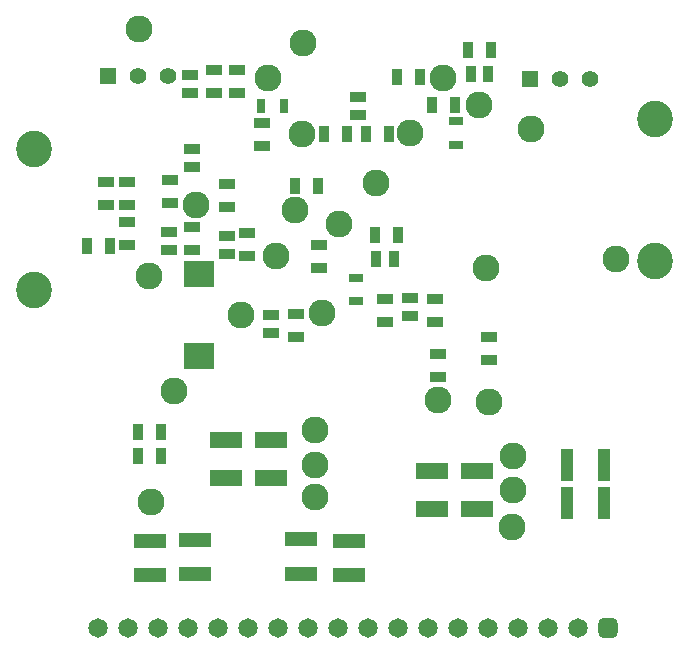
<source format=gbr>
%TF.GenerationSoftware,Altium Limited,Altium Designer,24.3.1 (35)*%
G04 Layer_Color=255*
%FSLAX43Y43*%
%MOMM*%
%TF.SameCoordinates,9DAA59CA-406A-4E62-98C5-13318CB5E6F2*%
%TF.FilePolarity,Positive*%
%TF.FileFunction,Pads,Bot*%
%TF.Part,Single*%
G01*
G75*
%TA.AperFunction,ComponentPad*%
%ADD22O,3.000X3.100*%
%ADD23C,2.286*%
%ADD24C,1.400*%
%ADD25R,1.400X1.400*%
%ADD26C,1.650*%
G04:AMPARAMS|DCode=27|XSize=1.65mm|YSize=1.65mm|CornerRadius=0.413mm|HoleSize=0mm|Usage=FLASHONLY|Rotation=0.000|XOffset=0mm|YOffset=0mm|HoleType=Round|Shape=RoundedRectangle|*
%AMROUNDEDRECTD27*
21,1,1.650,0.825,0,0,0.0*
21,1,0.825,1.650,0,0,0.0*
1,1,0.825,0.413,-0.413*
1,1,0.825,-0.413,-0.413*
1,1,0.825,-0.413,0.413*
1,1,0.825,0.413,0.413*
%
%ADD27ROUNDEDRECTD27*%
%TA.AperFunction,SMDPad,CuDef*%
%ADD30R,2.500X2.200*%
%ADD31R,1.450X0.950*%
%ADD32R,1.350X0.950*%
%ADD33R,0.800X1.250*%
%ADD34R,1.250X0.800*%
%ADD35R,1.000X2.800*%
%ADD36R,2.706X1.205*%
%ADD37R,0.950X1.450*%
%ADD38R,0.950X1.350*%
%ADD39R,2.800X1.350*%
D22*
X55245Y45446D02*
D03*
Y33446D02*
D03*
X2692Y30957D02*
D03*
Y42957D02*
D03*
D23*
X31674Y40030D02*
D03*
X44729Y44628D02*
D03*
X11532Y53111D02*
D03*
X14529Y22479D02*
D03*
X12573Y13056D02*
D03*
X43131Y10922D02*
D03*
X26500Y16205D02*
D03*
X43261Y16967D02*
D03*
X51968Y33655D02*
D03*
X43236Y14097D02*
D03*
X41199Y21468D02*
D03*
X36890Y21637D02*
D03*
X26500Y13462D02*
D03*
Y19152D02*
D03*
X25348Y44221D02*
D03*
X25470Y51873D02*
D03*
X22479Y48946D02*
D03*
X34519Y44272D02*
D03*
X37287Y48946D02*
D03*
X40386Y46660D02*
D03*
X40945Y32868D02*
D03*
X27076Y29032D02*
D03*
X20168Y28854D02*
D03*
X28499Y36551D02*
D03*
X24816Y37795D02*
D03*
X23190Y33858D02*
D03*
X16358Y38176D02*
D03*
X12421Y32188D02*
D03*
D24*
X49728Y48844D02*
D03*
X47188D02*
D03*
X14016Y49073D02*
D03*
X11476D02*
D03*
D25*
X44648Y48844D02*
D03*
X8936Y49073D02*
D03*
D26*
X15748Y2413D02*
D03*
X18288D02*
D03*
X20828D02*
D03*
X23368D02*
D03*
X25908D02*
D03*
X28448D02*
D03*
X30988D02*
D03*
X33528D02*
D03*
X36068D02*
D03*
X46228D02*
D03*
X48768D02*
D03*
X43688D02*
D03*
X41148D02*
D03*
X38608D02*
D03*
X13208D02*
D03*
X10668D02*
D03*
X8128D02*
D03*
D27*
X51308D02*
D03*
D30*
X16637Y32330D02*
D03*
Y25430D02*
D03*
D31*
X20676Y33874D02*
D03*
Y35824D02*
D03*
X16053Y36332D02*
D03*
Y34382D02*
D03*
X8763Y40142D02*
D03*
Y38192D02*
D03*
X36906Y25562D02*
D03*
Y23612D02*
D03*
X24841Y28966D02*
D03*
Y27016D02*
D03*
X41199Y25085D02*
D03*
Y27035D02*
D03*
X32385Y30236D02*
D03*
Y28286D02*
D03*
X36601Y28260D02*
D03*
Y30210D02*
D03*
X26822Y34833D02*
D03*
Y32883D02*
D03*
X18999Y39964D02*
D03*
Y38014D02*
D03*
X14199Y40269D02*
D03*
Y38319D02*
D03*
X10566Y34763D02*
D03*
Y36713D02*
D03*
X10592Y40142D02*
D03*
Y38192D02*
D03*
X17882Y49616D02*
D03*
Y47666D02*
D03*
X19888Y49641D02*
D03*
Y47691D02*
D03*
X21946Y43145D02*
D03*
Y45095D02*
D03*
D32*
X16053Y42889D02*
D03*
Y41389D02*
D03*
X30074Y47308D02*
D03*
Y45808D02*
D03*
X14072Y35878D02*
D03*
Y34378D02*
D03*
X22708Y27368D02*
D03*
Y28868D02*
D03*
X34519Y30290D02*
D03*
Y28790D02*
D03*
X19050Y35573D02*
D03*
Y34073D02*
D03*
X15900Y49188D02*
D03*
Y47688D02*
D03*
D33*
X23860Y46558D02*
D03*
X21860D02*
D03*
D34*
X29972Y30023D02*
D03*
Y32023D02*
D03*
X38379Y43288D02*
D03*
Y45288D02*
D03*
D35*
X47778Y16180D02*
D03*
X50978D02*
D03*
Y12979D02*
D03*
X47778D02*
D03*
D36*
X25298Y6982D02*
D03*
Y9883D02*
D03*
X16307Y9807D02*
D03*
Y6906D02*
D03*
X29362Y9756D02*
D03*
Y6855D02*
D03*
X12497Y9756D02*
D03*
Y6855D02*
D03*
D37*
X9103Y34722D02*
D03*
X7153D02*
D03*
X13396Y18974D02*
D03*
X11446D02*
D03*
X13396Y16942D02*
D03*
X11446D02*
D03*
X24755Y39776D02*
D03*
X26705D02*
D03*
X27244Y44221D02*
D03*
X29194D02*
D03*
X32776D02*
D03*
X30826D02*
D03*
X36414Y46634D02*
D03*
X38364D02*
D03*
X35367Y49022D02*
D03*
X33417D02*
D03*
X39386Y51333D02*
D03*
X41336D02*
D03*
X33512Y35662D02*
D03*
X31562D02*
D03*
D38*
X33160Y33655D02*
D03*
X31660D02*
D03*
X39661Y49301D02*
D03*
X41161D02*
D03*
D39*
X18974Y15088D02*
D03*
Y18288D02*
D03*
X22784Y15113D02*
D03*
Y18313D02*
D03*
X36347Y12472D02*
D03*
Y15672D02*
D03*
X40208Y12472D02*
D03*
Y15672D02*
D03*
%TF.MD5,2cfc3fd657b022eb9d7e641f0c364f95*%
M02*

</source>
